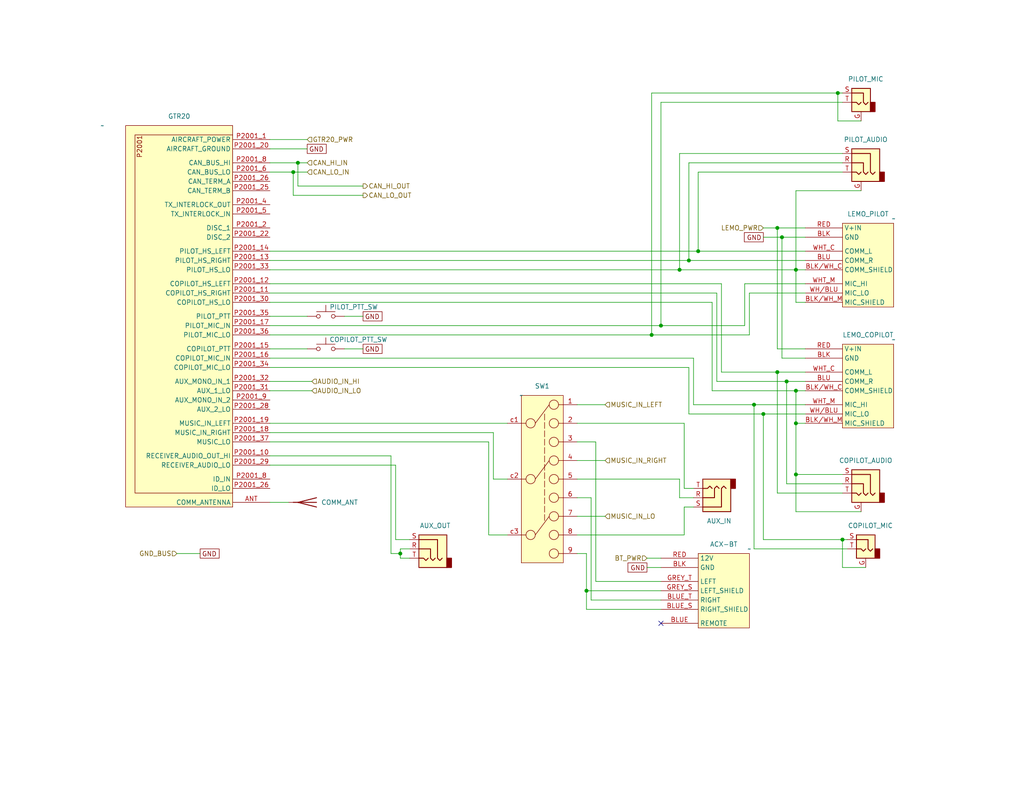
<source format=kicad_sch>
(kicad_sch (version 20250114) (generator "eeschema") (generator_version "9.0")
  (paper "USLetter")
  (title_block (title "Communication") (date "2024-05-07") (rev "1.0") (company "N877RV"))
  (lib_symbols
    (symbol "Connector_Audio:AudioJack2_Ground"
      (property "Reference" "J" (at 0 8.89 0))
      (property "Value" "AudioJack2_Ground" (at 0 6.35 0))
      (symbol "AudioJack2_Ground_0_1"
        (rectangle (start -2.54 -2.54) (end -3.81 0) (stroke (width 0.254)) (fill (type outline)))
        (polyline (pts (xy 0 0) (xy 0.635 -0.635) (xy 1.27 0) (xy 2.54 0)) (stroke (width 0.254)))
        (rectangle (start 2.54 3.81) (end -2.54 -2.54) (stroke (width 0.254)) (fill (type background)))
        (polyline (pts (xy 2.54 2.54) (xy -0.635 2.54) (xy -0.635 0) (xy -1.27 -0.635) (xy -1.905 0)) (stroke (width 0.254)))
      )
      (symbol "AudioJack2_Ground_1_1"
        (pin passive line (at 0 -5.08 90) (length 2.54) (name "~") (number "G"))
        (pin passive line (at 5.08 2.54 180) (length 2.54) (name "~") (number "S"))
        (pin passive line (at 5.08 0 180) (length 2.54) (name "~") (number "T"))
      )
    )
    (symbol "Connector_Audio:AudioJack3"
      (property "Reference" "J" (at 0 8.89 0))
      (property "Value" "AudioJack3" (at 0 6.35 0))
      (symbol "AudioJack3_0_1"
        (rectangle (start -5.08 -5.08) (end -6.35 -2.54) (stroke (width 0.254)) (fill (type outline)))
        (polyline (pts (xy -1.905 -2.54) (xy -1.27 -3.175) (xy -0.635 -2.54) (xy -0.635 0) (xy 2.54 0)) (stroke (width 0.254)))
        (polyline (pts (xy 0 -2.54) (xy 0.635 -3.175) (xy 1.27 -2.54) (xy 2.54 -2.54)) (stroke (width 0.254)))
        (rectangle (start 2.54 3.81) (end -5.08 -5.08) (stroke (width 0.254)) (fill (type background)))
        (polyline (pts (xy 2.54 2.54) (xy -2.54 2.54) (xy -2.54 -2.54) (xy -3.175 -3.175) (xy -3.81 -2.54)) (stroke (width 0.254)))
      )
      (symbol "AudioJack3_1_1"
        (pin passive line (at 5.08 2.54 180) (length 2.54) (name "~") (number "S"))
        (pin passive line (at 5.08 0 180) (length 2.54) (name "~") (number "R"))
        (pin passive line (at 5.08 -2.54 180) (length 2.54) (name "~") (number "T"))
      )
    )
    (symbol "Connector_Audio:AudioJack3_Ground"
      (property "Reference" "J" (at 0 8.89 0))
      (property "Value" "AudioJack3_Ground" (at 0 6.35 0))
      (symbol "AudioJack3_Ground_0_1"
        (rectangle (start -5.08 -2.54) (end -6.35 -5.08) (stroke (width 0.254)) (fill (type outline)))
        (polyline (pts (xy -1.905 -2.54) (xy -1.27 -3.175) (xy -0.635 -2.54) (xy -0.635 0) (xy 2.54 0)) (stroke (width 0.254)))
        (polyline (pts (xy 0 -2.54) (xy 0.635 -3.175) (xy 1.27 -2.54) (xy 2.54 -2.54)) (stroke (width 0.254)))
        (rectangle (start 2.54 3.81) (end -5.08 -5.08) (stroke (width 0.254)) (fill (type background)))
        (polyline (pts (xy 2.54 2.54) (xy -2.54 2.54) (xy -2.54 -2.54) (xy -3.175 -3.175) (xy -3.81 -2.54)) (stroke (width 0.254)))
      )
      (symbol "AudioJack3_Ground_1_1"
        (pin passive line (at 0 -7.62 90) (length 2.54) (name "~") (number "G"))
        (pin passive line (at 5.08 2.54 180) (length 2.54) (name "~") (number "S"))
        (pin passive line (at 5.08 0 180) (length 2.54) (name "~") (number "R"))
        (pin passive line (at 5.08 -2.54 180) (length 2.54) (name "~") (number "T"))
      )
    )
    (symbol "Device:Antenna" (pin_numbers (hide yes)) (pin_names (offset 1.016) (hide yes))
      (property "Reference" "AE" (at -1.905 1.905 0))
      (property "Value" "Antenna" (at -1.905 0 0))
      (symbol "Antenna_0_1"
        (polyline (pts (xy 0 2.54) (xy 0 -3.81)) (stroke (width 0.254)))
        (polyline (pts (xy 1.27 2.54) (xy 0 -2.54) (xy -1.27 2.54)) (stroke (width 0.254)))
      )
      (symbol "Antenna_1_1"
        (pin input line (at 0 -5.08 90) (length 2.54) (name "A") (number "1"))
      )
    )
    (symbol "Switch:SW_Push" (pin_numbers (hide yes)) (pin_names (offset 1.016) (hide yes))
      (property "Reference" "SW" (at 1.27 2.54 0))
      (property "Value" "SW_Push" (at 0 -1.524 0))
      (symbol "SW_Push_0_1"
        (circle (center -2.032 0) (radius 0.508))
        (polyline (pts (xy 0 1.27) (xy 0 3.048)))
        (circle (center 2.032 0) (radius 0.508))
        (polyline (pts (xy 2.54 1.27) (xy -2.54 1.27)))
        (pin passive line (at -5.08 0 0) (length 2.54) (name "1") (number "1"))
        (pin passive line (at 5.08 0 180) (length 2.54) (name "2") (number "2"))
      )
    )
    (symbol "flyerx:AudioControl_ACX-BT1"
      (property "Reference" "ACX-BT1" (at 5.08 1.27 0))
      (symbol "AudioControl_ACX-BT1_1_1"
        (rectangle (start 0 0) (end 13.97 -20.32) (fill (type background)))
        (pin power_in line (at 24.13 -1.27 180) (length 10.16) (name "12V") (number "RED"))
        (pin passive line (at 24.13 -3.81 180) (length 10.16) (name "GND") (number "BLK"))
        (pin output line (at 24.13 -7.62 180) (length 10.16) (name "LEFT") (number "GREY_T"))
        (pin passive line (at 24.13 -10.16 180) (length 10.16) (name "LEFT_SHIELD") (number "GREY_S"))
        (pin output line (at 24.13 -12.7 180) (length 10.16) (name "RIGHT") (number "BLUE_T"))
        (pin passive line (at 24.13 -15.24 180) (length 10.16) (name "RIGHT_SHIELD") (number "BLUE_S"))
        (pin output line (at 24.13 -19.05 180) (length 10.16) (name "REMOTE") (number "BLUE"))
      )
    )
    (symbol "flyerx:Bose_LEMO"
      (property "Reference" "LEMO" (at 2.54 1.27 0))
      (symbol "Bose_LEMO_1_1"
        (rectangle (start 0 0) (end 13.97 -22.86) (fill (type background)))
        (pin power_in line (at 24.13 -1.27 180) (length 10.16) (name "V+IN") (number "RED"))
        (pin passive line (at 24.13 -3.81 180) (length 10.16) (name "GND") (number "BLK"))
        (pin input line (at 24.13 -7.62 180) (length 10.16) (name "COMM_L") (number "WHT_C"))
        (pin input line (at 24.13 -10.16 180) (length 10.16) (name "COMM_R") (number "BLU"))
        (pin passive line (at 24.13 -12.7 180) (length 10.16) (name "COMM_SHIELD") (number "BLK/WH_C"))
        (pin output line (at 24.13 -16.51 180) (length 10.16) (name "MIC_HI") (number "WHT_M"))
        (pin passive line (at 24.13 -19.05 180) (length 10.16) (name "MIC_LO") (number "WH/BLU"))
        (pin passive line (at 24.13 -21.59 180) (length 10.16) (name "MIC_SHIELD") (number "BLK/WH_M"))
      )
    )
    (symbol "flyerx:Garmin_GTR20"
      (property "Reference" "GTR" (at 3.81 1.27 0))
      (symbol "Garmin_GTR20_1_1"
        (rectangle (start 0 0) (end 29.21 -104.14) (fill (type background)))
        (rectangle (start 2.54 -2.54) (end 29.21 -100.33) (fill (type background)))
        (text "P2001" (at 3.81 -2.54 900) (effects (font (size 1.27 1.27)) (justify right)))
        (pin power_in line (at 39.37 -3.81 180) (length 10.16) (name "AIRCRAFT_POWER") (number "P2001_1"))
        (pin passive line (at 39.37 -6.35 180) (length 10.16) (name "AIRCRAFT_GROUND") (number "P2001_20"))
        (pin bidirectional line (at 39.37 -10.16 180) (length 10.16) (name "CAN_BUS_HI") (number "P2001_8"))
        (pin bidirectional line (at 39.37 -12.7 180) (length 10.16) (name "CAN_BUS_LO") (number "P2001_6"))
        (pin bidirectional line (at 39.37 -15.24 180) (length 10.16) (name "CAN_TERM_A") (number "P2001_26"))
        (pin bidirectional line (at 39.37 -17.78 180) (length 10.16) (name "CAN_TERM_B") (number "P2001_25"))
        (pin output line (at 39.37 -21.59 180) (length 10.16) (name "TX_INTERLOCK_OUT") (number "P2001_4"))
        (pin input line (at 39.37 -24.13 180) (length 10.16) (name "TX_INTERLOCK_IN") (number "P2001_5"))
        (pin input line (at 39.37 -27.94 180) (length 10.16) (name "DISC_1") (number "P2001_2"))
        (pin input line (at 39.37 -30.48 180) (length 10.16) (name "DISC_2") (number "P2001_22"))
        (pin output line (at 39.37 -34.29 180) (length 10.16) (name "PILOT_HS_LEFT") (number "P2001_14"))
        (pin output line (at 39.37 -36.83 180) (length 10.16) (name "PILOT_HS_RIGHT") (number "P2001_13"))
        (pin passive line (at 39.37 -39.37 180) (length 10.16) (name "PILOT_HS_LO") (number "P2001_33"))
        (pin output line (at 39.37 -43.18 180) (length 10.16) (name "COPILOT_HS_LEFT") (number "P2001_12"))
        (pin output line (at 39.37 -45.72 180) (length 10.16) (name "COPILOT_HS_RIGHT") (number "P2001_11"))
        (pin passive line (at 39.37 -48.26 180) (length 10.16) (name "COPILOT_HS_LO") (number "P2001_30"))
        (pin input line (at 39.37 -52.07 180) (length 10.16) (name "PILOT_PTT") (number "P2001_35"))
        (pin input line (at 39.37 -54.61 180) (length 10.16) (name "PILOT_MIC_IN") (number "P2001_17"))
        (pin passive line (at 39.37 -57.15 180) (length 10.16) (name "PILOT_MIC_LO") (number "P2001_36"))
        (pin input line (at 39.37 -60.96 180) (length 10.16) (name "COPILOT_PTT") (number "P2001_15"))
        (pin input line (at 39.37 -63.5 180) (length 10.16) (name "COPILOT_MIC_IN") (number "P2001_16"))
        (pin passive line (at 39.37 -66.04 180) (length 10.16) (name "COPILOT_MIC_LO") (number "P2001_34"))
        (pin input line (at 39.37 -69.85 180) (length 10.16) (name "AUX_MONO_IN_1") (number "P2001_32"))
        (pin passive line (at 39.37 -72.39 180) (length 10.16) (name "AUX_1_LO") (number "P2001_31"))
        (pin input line (at 39.37 -74.93 180) (length 10.16) (name "AUX_MONO_IN_2") (number "P2001_9"))
        (pin passive line (at 39.37 -77.47 180) (length 10.16) (name "AUX_2_LO") (number "P2001_28"))
        (pin input line (at 39.37 -81.28 180) (length 10.16) (name "MUSIC_IN_LEFT") (number "P2001_19"))
        (pin input line (at 39.37 -83.82 180) (length 10.16) (name "MUSIC_IN_RIGHT") (number "P2001_18"))
        (pin passive line (at 39.37 -86.36 180) (length 10.16) (name "MUSIC_LO") (number "P2001_37"))
        (pin output line (at 39.37 -90.17 180) (length 10.16) (name "RECEIVER_AUDIO_OUT_HI") (number "P2001_10"))
        (pin passive line (at 39.37 -92.71 180) (length 10.16) (name "RECEIVER_AUDIO_LO") (number "P2001_29"))
        (pin bidirectional line (at 39.37 -96.52 180) (length 10.16) (name "ID_IN") (number "P2001_8"))
        (pin passive line (at 39.37 -99.06 180) (length 10.16) (name "ID_LO") (number "P2001_26"))
        (pin input line (at 39.37 -102.87 180) (length 10.16) (name "COMM_ANTENNA") (number "ANT"))
      )
    )
    (symbol "flyerx:SW_3P3T"
      (property "Reference" "SW" (at 0 1.27 0))
      (symbol "SW_3P3T_0_1"
        (polyline (pts (xy -6.35 -7.62) (xy -5.08 -7.62)))
        (polyline (pts (xy -6.35 -22.86) (xy -5.08 -22.86)))
        (polyline (pts (xy -6.35 -38.1) (xy -5.08 -38.1)))
        (circle (center -3.81 -7.62) (radius 1.27))
        (circle (center -3.81 -22.86) (radius 1.27))
        (circle (center -3.81 -38.1) (radius 1.27))
        (polyline (pts (xy -2.54 -7.62) (xy 1.27 -2.54)))
        (polyline (pts (xy -2.54 -22.86) (xy 1.27 -17.78)))
        (polyline (pts (xy -2.54 -38.1) (xy 1.27 -33.02)))
        (circle (center 2.54 -2.54) (radius 1.27))
        (circle (center 2.54 -7.62) (radius 1.27))
        (circle (center 2.54 -12.7) (radius 1.27))
        (circle (center 2.54 -17.78) (radius 1.27))
        (circle (center 2.54 -22.86) (radius 1.27))
        (circle (center 2.54 -27.94) (radius 1.27))
        (circle (center 2.54 -33.02) (radius 1.27))
        (circle (center 2.54 -38.1) (radius 1.27))
        (circle (center 2.54 -43.18) (radius 1.27))
        (polyline (pts (xy 5.08 -2.54) (xy 3.81 -2.54)))
        (polyline (pts (xy 5.08 -7.62) (xy 3.81 -7.62)))
        (polyline (pts (xy 5.08 -12.7) (xy 3.81 -12.7)))
        (polyline (pts (xy 5.08 -17.78) (xy 3.81 -17.78)))
        (polyline (pts (xy 5.08 -22.86) (xy 3.81 -22.86)))
        (polyline (pts (xy 5.08 -27.94) (xy 3.81 -27.94)))
        (polyline (pts (xy 5.08 -33.02) (xy 3.81 -33.02)))
        (polyline (pts (xy 5.08 -38.1) (xy 3.81 -38.1)))
        (polyline (pts (xy 5.08 -43.18) (xy 3.81 -43.18)))
      )
      (symbol "SW_3P3T_1_1"
        (rectangle (start -6.35 0) (end 5.08 -45.72) (fill (type background)))
        (polyline (pts (xy 0 -5.08) (xy 0 -34.29)) (stroke (width 0) (type dash)))
        (pin passive line (at -10.16 -7.62 0) (length 3.81) (name "") (number "c1"))
        (pin passive line (at -10.16 -22.86 0) (length 3.81) (name "") (number "c2"))
        (pin passive line (at -10.16 -38.1 0) (length 3.81) (name "") (number "c3"))
        (pin passive line (at 8.89 -2.54 180) (length 3.81) (name "") (number "1"))
        (pin passive line (at 8.89 -7.62 180) (length 3.81) (name "") (number "2"))
        (pin passive line (at 8.89 -12.7 180) (length 3.81) (name "") (number "3"))
        (pin passive line (at 8.89 -17.78 180) (length 3.81) (name "") (number "4"))
        (pin passive line (at 8.89 -22.86 180) (length 3.81) (name "") (number "5"))
        (pin passive line (at 8.89 -27.94 180) (length 3.81) (name "") (number "6"))
        (pin passive line (at 8.89 -33.02 180) (length 3.81) (name "") (number "7"))
        (pin passive line (at 8.89 -38.1 180) (length 3.81) (name "") (number "8"))
        (pin passive line (at 8.89 -43.18 180) (length 3.81) (name "") (number "9"))
      )
    )
  )
  (junction (at 187.96 71.12))
  (junction (at 190.5 68.58))
  (junction (at 185.42 73.66))
  (junction (at 160.02 161.29))
  (junction (at 81.28 44.45))
  (junction (at 180.34 88.9))
  (junction (at 217.17 129.54))
  (junction (at 217.17 73.66))
  (junction (at 229.87 147.32))
  (junction (at 228.6 25.4))
  (junction (at 217.17 106.68))
  (junction (at 217.17 115.57))
  (junction (at 212.09 62.23))
  (junction (at 212.09 101.6))
  (junction (at 80.01 46.99))
  (junction (at 208.28 113.03))
  (junction (at 214.63 104.14))
  (junction (at 109.22 151.13))
  (junction (at 177.8 91.44))
  (junction (at 213.36 64.77))
  (junction (at 205.74 110.49))
  (no_connect (at 180.34 170.18))
  (wire (pts (xy 229.87 25.4) (xy 228.6 25.4)))
  (wire (pts (xy 214.63 132.08) (xy 214.63 104.14)))
  (wire (pts (xy 208.28 147.32) (xy 208.28 113.03)))
  (wire (pts (xy 217.17 82.55) (xy 217.17 73.66)))
  (wire (pts (xy 73.66 88.9) (xy 180.34 88.9)))
  (wire (pts (xy 203.2 77.47) (xy 219.71 77.47)))
  (wire (pts (xy 229.87 129.54) (xy 217.17 129.54)))
  (wire (pts (xy 73.66 40.64) (xy 83.82 40.64)))
  (wire (pts (xy 196.85 77.47) (xy 196.85 101.6)))
  (wire (pts (xy 93.98 86.36) (xy 99.06 86.36)))
  (wire (pts (xy 204.47 91.44) (xy 204.47 80.01)))
  (wire (pts (xy 176.53 152.4) (xy 180.34 152.4)))
  (wire (pts (xy 106.68 124.46) (xy 106.68 151.13)))
  (wire (pts (xy 205.74 149.86) (xy 205.74 110.49)))
  (wire (pts (xy 234.95 139.7) (xy 217.17 139.7)))
  (wire (pts (xy 234.95 33.02) (xy 228.6 33.02)))
  (wire (pts (xy 73.66 106.68) (xy 85.09 106.68)))
  (wire (pts (xy 111.76 149.86) (xy 109.22 149.86)))
  (wire (pts (xy 213.36 64.77) (xy 219.71 64.77)))
  (wire (pts (xy 185.42 41.91) (xy 229.87 41.91)))
  (wire (pts (xy 229.87 154.94) (xy 229.87 147.32)))
  (wire (pts (xy 217.17 115.57) (xy 217.17 129.54)))
  (wire (pts (xy 48.26 151.13) (xy 54.61 151.13)))
  (wire (pts (xy 73.66 46.99) (xy 80.01 46.99)))
  (wire (pts (xy 231.14 147.32) (xy 229.87 147.32)))
  (wire (pts (xy 212.09 134.62) (xy 212.09 101.6)))
  (wire (pts (xy 217.17 106.68) (xy 219.71 106.68)))
  (wire (pts (xy 180.34 166.37) (xy 160.02 166.37)))
  (wire (pts (xy 185.42 41.91) (xy 185.42 73.66)))
  (wire (pts (xy 229.87 44.45) (xy 187.96 44.45)))
  (wire (pts (xy 185.42 135.89) (xy 189.23 135.89)))
  (wire (pts (xy 93.98 95.25) (xy 99.06 95.25)))
  (wire (pts (xy 219.71 82.55) (xy 217.17 82.55)))
  (wire (pts (xy 229.87 134.62) (xy 212.09 134.62)))
  (wire (pts (xy 73.66 86.36) (xy 83.82 86.36)))
  (wire (pts (xy 157.48 115.57) (xy 186.69 115.57)))
  (wire (pts (xy 217.17 52.07) (xy 217.17 73.66)))
  (wire (pts (xy 176.53 154.94) (xy 180.34 154.94)))
  (wire (pts (xy 217.17 73.66) (xy 219.71 73.66)))
  (wire (pts (xy 99.06 50.8) (xy 81.28 50.8)))
  (wire (pts (xy 161.29 135.89) (xy 157.48 135.89)))
  (wire (pts (xy 73.66 80.01) (xy 195.58 80.01)))
  (wire (pts (xy 203.2 88.9) (xy 203.2 77.47)))
  (wire (pts (xy 217.17 129.54) (xy 217.17 139.7)))
  (wire (pts (xy 196.85 101.6) (xy 212.09 101.6)))
  (wire (pts (xy 189.23 97.79) (xy 189.23 110.49)))
  (wire (pts (xy 194.31 106.68) (xy 217.17 106.68)))
  (wire (pts (xy 186.69 138.43) (xy 189.23 138.43)))
  (wire (pts (xy 134.62 130.81) (xy 138.43 130.81)))
  (wire (pts (xy 229.87 46.99) (xy 190.5 46.99)))
  (wire (pts (xy 187.96 44.45) (xy 187.96 71.12)))
  (wire (pts (xy 81.28 50.8) (xy 81.28 44.45)))
  (wire (pts (xy 73.66 44.45) (xy 81.28 44.45)))
  (wire (pts (xy 160.02 161.29) (xy 160.02 151.13)))
  (wire (pts (xy 204.47 80.01) (xy 219.71 80.01)))
  (wire (pts (xy 81.28 44.45) (xy 83.82 44.45)))
  (wire (pts (xy 109.22 152.4) (xy 111.76 152.4)))
  (wire (pts (xy 217.17 106.68) (xy 217.17 115.57)))
  (wire (pts (xy 186.69 146.05) (xy 186.69 138.43)))
  (wire (pts (xy 157.48 110.49) (xy 165.1 110.49)))
  (wire (pts (xy 194.31 82.55) (xy 194.31 106.68)))
  (wire (pts (xy 229.87 27.94) (xy 180.34 27.94)))
  (wire (pts (xy 133.35 146.05) (xy 138.43 146.05)))
  (wire (pts (xy 228.6 25.4) (xy 177.8 25.4)))
  (wire (pts (xy 187.96 100.33) (xy 187.96 113.03)))
  (wire (pts (xy 180.34 163.83) (xy 161.29 163.83)))
  (wire (pts (xy 234.95 52.07) (xy 217.17 52.07)))
  (wire (pts (xy 180.34 88.9) (xy 203.2 88.9)))
  (wire (pts (xy 160.02 161.29) (xy 160.02 166.37)))
  (wire (pts (xy 73.66 73.66) (xy 185.42 73.66)))
  (wire (pts (xy 187.96 113.03) (xy 208.28 113.03)))
  (wire (pts (xy 228.6 33.02) (xy 228.6 25.4)))
  (wire (pts (xy 73.66 95.25) (xy 83.82 95.25)))
  (wire (pts (xy 186.69 115.57) (xy 186.69 133.35)))
  (wire (pts (xy 133.35 120.65) (xy 133.35 146.05)))
  (wire (pts (xy 177.8 25.4) (xy 177.8 91.44)))
  (wire (pts (xy 109.22 151.13) (xy 109.22 152.4)))
  (wire (pts (xy 219.71 95.25) (xy 212.09 95.25)))
  (wire (pts (xy 80.01 53.34) (xy 80.01 46.99)))
  (wire (pts (xy 214.63 104.14) (xy 219.71 104.14)))
  (wire (pts (xy 212.09 62.23) (xy 219.71 62.23)))
  (wire (pts (xy 73.66 115.57) (xy 138.43 115.57)))
  (wire (pts (xy 213.36 64.77) (xy 213.36 97.79)))
  (wire (pts (xy 212.09 101.6) (xy 219.71 101.6)))
  (wire (pts (xy 212.09 95.25) (xy 212.09 62.23)))
  (wire (pts (xy 157.48 125.73) (xy 165.1 125.73)))
  (wire (pts (xy 186.69 133.35) (xy 189.23 133.35)))
  (wire (pts (xy 190.5 68.58) (xy 219.71 68.58)))
  (wire (pts (xy 195.58 80.01) (xy 195.58 104.14)))
  (wire (pts (xy 208.28 64.77) (xy 213.36 64.77)))
  (wire (pts (xy 73.66 104.14) (xy 85.09 104.14)))
  (wire (pts (xy 231.14 149.86) (xy 205.74 149.86)))
  (wire (pts (xy 73.66 71.12) (xy 187.96 71.12)))
  (wire (pts (xy 195.58 104.14) (xy 214.63 104.14)))
  (wire (pts (xy 73.66 100.33) (xy 187.96 100.33)))
  (wire (pts (xy 73.66 91.44) (xy 177.8 91.44)))
  (wire (pts (xy 161.29 163.83) (xy 161.29 135.89)))
  (wire (pts (xy 73.66 97.79) (xy 189.23 97.79)))
  (wire (pts (xy 236.22 154.94) (xy 229.87 154.94)))
  (wire (pts (xy 190.5 46.99) (xy 190.5 68.58)))
  (wire (pts (xy 80.01 46.99) (xy 83.82 46.99)))
  (wire (pts (xy 189.23 110.49) (xy 205.74 110.49)))
  (wire (pts (xy 107.95 127) (xy 107.95 147.32)))
  (wire (pts (xy 185.42 130.81) (xy 185.42 135.89)))
  (wire (pts (xy 99.06 53.34) (xy 80.01 53.34)))
  (wire (pts (xy 106.68 151.13) (xy 109.22 151.13)))
  (wire (pts (xy 208.28 113.03) (xy 219.71 113.03)))
  (wire (pts (xy 160.02 161.29) (xy 180.34 161.29)))
  (wire (pts (xy 157.48 130.81) (xy 185.42 130.81)))
  (wire (pts (xy 208.28 62.23) (xy 212.09 62.23)))
  (wire (pts (xy 205.74 110.49) (xy 219.71 110.49)))
  (wire (pts (xy 177.8 91.44) (xy 204.47 91.44)))
  (wire (pts (xy 157.48 146.05) (xy 186.69 146.05)))
  (wire (pts (xy 73.66 127) (xy 107.95 127)))
  (wire (pts (xy 157.48 140.97) (xy 165.1 140.97)))
  (wire (pts (xy 229.87 147.32) (xy 208.28 147.32)))
  (wire (pts (xy 73.66 82.55) (xy 194.31 82.55)))
  (wire (pts (xy 73.66 137.16) (xy 78.74 137.16)))
  (wire (pts (xy 180.34 27.94) (xy 180.34 88.9)))
  (wire (pts (xy 180.34 158.75) (xy 162.56 158.75)))
  (wire (pts (xy 73.66 118.11) (xy 134.62 118.11)))
  (wire (pts (xy 162.56 158.75) (xy 162.56 120.65)))
  (wire (pts (xy 73.66 77.47) (xy 196.85 77.47)))
  (wire (pts (xy 73.66 124.46) (xy 106.68 124.46)))
  (wire (pts (xy 229.87 132.08) (xy 214.63 132.08)))
  (wire (pts (xy 162.56 120.65) (xy 157.48 120.65)))
  (wire (pts (xy 160.02 151.13) (xy 157.48 151.13)))
  (wire (pts (xy 73.66 38.1) (xy 83.82 38.1)))
  (wire (pts (xy 185.42 73.66) (xy 217.17 73.66)))
  (wire (pts (xy 187.96 71.12) (xy 219.71 71.12)))
  (wire (pts (xy 109.22 149.86) (xy 109.22 151.13)))
  (wire (pts (xy 107.95 147.32) (xy 111.76 147.32)))
  (wire (pts (xy 219.71 97.79) (xy 213.36 97.79)))
  (wire (pts (xy 134.62 118.11) (xy 134.62 130.81)))
  (wire (pts (xy 73.66 68.58) (xy 190.5 68.58)))
  (wire (pts (xy 219.71 115.57) (xy 217.17 115.57)))
  (wire (pts (xy 73.66 120.65) (xy 133.35 120.65)))
  (global_label "GND" (shape passive) (at 99.06 95.25 0) (property "Intersheetrefs" "${INTERSHEET_REFS}" (effects (hide yes))))
  (global_label "GND" (shape passive) (at 99.06 86.36 0) (property "Intersheetrefs" "${INTERSHEET_REFS}" (effects (hide yes))))
  (global_label "GND" (shape passive) (at 54.61 151.13 0) (property "Intersheetrefs" "${INTERSHEET_REFS}" (effects (hide yes))))
  (global_label "GND" (shape passive) (at 176.53 154.94 180) (property "Intersheetrefs" "${INTERSHEET_REFS}" (effects (hide yes))))
  (global_label "GND" (shape passive) (at 83.82 40.64 0) (property "Intersheetrefs" "${INTERSHEET_REFS}" (effects (hide yes))))
  (global_label "GND" (shape passive) (at 208.28 64.77 180) (property "Intersheetrefs" "${INTERSHEET_REFS}" (effects (hide yes))))
  (hierarchical_label "CAN_LO_IN" (shape input) (at 83.82 46.99 0))
  (hierarchical_label "AUDIO_IN_LO" (shape input) (at 85.09 106.68 0))
  (hierarchical_label "MUSIC_IN_LEFT" (shape input) (at 165.1 110.49 0))
  (hierarchical_label "CAN_HI_IN" (shape input) (at 83.82 44.45 0))
  (hierarchical_label "MUSIC_IN_RIGHT" (shape input) (at 165.1 125.73 0))
  (hierarchical_label "MUSIC_IN_LO" (shape input) (at 165.1 140.97 0))
  (hierarchical_label "CAN_HI_OUT" (shape output) (at 99.06 50.8 0))
  (hierarchical_label "BT_PWR" (shape input) (at 176.53 152.4 180))
  (hierarchical_label "AUDIO_IN_HI" (shape input) (at 85.09 104.14 0))
  (hierarchical_label "GTR20_PWR" (shape input) (at 83.82 38.1 0))
  (hierarchical_label "CAN_LO_OUT" (shape output) (at 99.06 53.34 0))
  (hierarchical_label "LEMO_PWR" (shape input) (at 208.28 62.23 180))
  (hierarchical_label "GND_BUS" (shape input) (at 48.26 151.13 180))
  (symbol (lib_id "Connector_Audio:AudioJack3") (at 194.31 135.89 180) (unit 1)
    (property "Reference" "AUX_IN" (at 196.215 142.24 0))
    (property "Value" "AudioJack3" (effects (hide yes)))
  )
  (symbol (lib_id "Connector_Audio:AudioJack2_Ground") (at 234.95 27.94 0) (mirror y) (unit 1)
    (property "Reference" "PILOT_MIC" (at 236.22 21.59 0))
    (property "Value" "AudioJack2_Ground" (effects (hide yes)))
  )
  (symbol (lib_id "Connector_Audio:AudioJack3_Ground") (at 234.95 44.45 0) (mirror y) (unit 1)
    (property "Reference" "PILOT_AUDIO" (at 236.22 38.1 0))
    (property "Value" "AudioJack3_Ground" (effects (hide yes)))
  )
  (symbol (lib_id "flyerx:Bose_LEMO") (at 243.84 60.96 0) (mirror y) (unit 1)
    (property "Reference" "LEMO_PILOT" (at 236.855 58.42 0))
    (property "Value" "~" (at 243.84 59.69 0))
  )
  (symbol (lib_id "flyerx:Garmin_GTR20") (at 34.29 34.29 0) (unit 1)
    (property "Reference" "GTR20" (at 48.895 31.75 0))
    (property "Value" "~" (at 27.94 34.29 0))
  )
  (symbol (lib_id "Connector_Audio:AudioJack2_Ground") (at 236.22 149.86 0) (mirror y) (unit 1)
    (property "Reference" "COPILOT_MIC" (at 237.49 143.51 0))
    (property "Value" "AudioJack2_Ground" (effects (hide yes)))
  )
  (symbol (lib_id "flyerx:SW_3P3T") (at 148.59 107.95 0) (unit 1)
    (property "Reference" "SW1" (at 147.955 105.41 0))
    (property "Value" "~" (at 142.24 107.95 0))
  )
  (symbol (lib_id "flyerx:AudioControl_ACX-BT1") (at 204.47 151.13 0) (mirror y) (unit 1)
    (property "Reference" "ACX-BT" (at 197.485 148.59 0))
    (property "Value" "~" (at 204.47 149.86 0))
  )
  (symbol (lib_id "Connector_Audio:AudioJack3_Ground") (at 234.95 132.08 0) (mirror y) (unit 1)
    (property "Reference" "COPILOT_AUDIO" (at 236.22 125.73 0))
    (property "Value" "AudioJack3_Ground" (effects (hide yes)))
  )
  (symbol (lib_id "Switch:SW_Push") (at 88.9 95.25 0) (unit 1)
    (property "Reference" "COPILOT_PTT_SW" (at 97.79 92.71 0))
    (property "Value" "SW_Push" (effects (hide yes)))
  )
  (symbol (lib_id "flyerx:Bose_LEMO") (at 243.84 93.98 0) (mirror y) (unit 1)
    (property "Reference" "LEMO_COPILOT" (at 236.855 91.44 0))
    (property "Value" "~" (at 243.84 92.71 0))
  )
  (symbol (lib_id "Device:Antenna") (at 83.82 137.16 270) (unit 1)
    (property "Reference" "COMM_ANT" (at 87.63 137.16 90) (effects (justify left)))
    (property "Value" "Antenna" (effects (hide yes)))
  )
  (symbol (lib_id "Switch:SW_Push") (at 88.9 86.36 0) (unit 1)
    (property "Reference" "PILOT_PTT_SW" (at 96.52 83.82 0))
    (property "Value" "SW_Push" (effects (hide yes)))
  )
  (symbol (lib_id "Connector_Audio:AudioJack3") (at 116.84 149.86 0) (mirror y) (unit 1)
    (property "Reference" "AUX_OUT" (at 118.745 143.51 0))
    (property "Value" "AudioJack3" (effects (hide yes)))
  )
)
</source>
